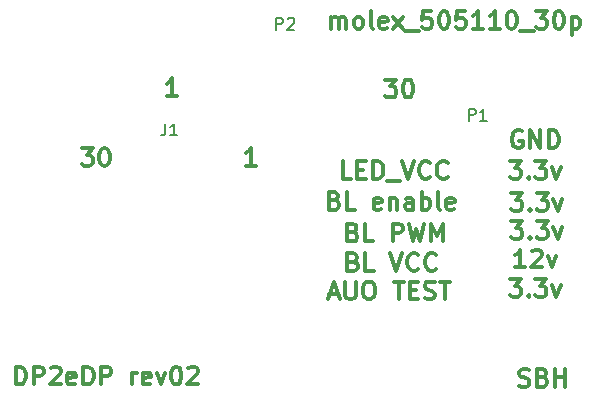
<source format=gto>
G04 #@! TF.FileFunction,Legend,Top*
%FSLAX46Y46*%
G04 Gerber Fmt 4.6, Leading zero omitted, Abs format (unit mm)*
G04 Created by KiCad (PCBNEW 4.0.7) date 09/03/18 02:09:11*
%MOMM*%
%LPD*%
G01*
G04 APERTURE LIST*
%ADD10C,0.100000*%
%ADD11C,0.300000*%
%ADD12C,0.150000*%
G04 APERTURE END LIST*
D10*
D11*
X153257144Y-113978571D02*
X154185715Y-113978571D01*
X153685715Y-114550000D01*
X153900001Y-114550000D01*
X154042858Y-114621429D01*
X154114287Y-114692857D01*
X154185715Y-114835714D01*
X154185715Y-115192857D01*
X154114287Y-115335714D01*
X154042858Y-115407143D01*
X153900001Y-115478571D01*
X153471429Y-115478571D01*
X153328572Y-115407143D01*
X153257144Y-115335714D01*
X154828572Y-115335714D02*
X154900000Y-115407143D01*
X154828572Y-115478571D01*
X154757143Y-115407143D01*
X154828572Y-115335714D01*
X154828572Y-115478571D01*
X155400001Y-113978571D02*
X156328572Y-113978571D01*
X155828572Y-114550000D01*
X156042858Y-114550000D01*
X156185715Y-114621429D01*
X156257144Y-114692857D01*
X156328572Y-114835714D01*
X156328572Y-115192857D01*
X156257144Y-115335714D01*
X156185715Y-115407143D01*
X156042858Y-115478571D01*
X155614286Y-115478571D01*
X155471429Y-115407143D01*
X155400001Y-115335714D01*
X156828572Y-114478571D02*
X157185715Y-115478571D01*
X157542857Y-114478571D01*
X154542858Y-112978571D02*
X153685715Y-112978571D01*
X154114287Y-112978571D02*
X154114287Y-111478571D01*
X153971430Y-111692857D01*
X153828572Y-111835714D01*
X153685715Y-111907143D01*
X155114286Y-111621429D02*
X155185715Y-111550000D01*
X155328572Y-111478571D01*
X155685715Y-111478571D01*
X155828572Y-111550000D01*
X155900001Y-111621429D01*
X155971429Y-111764286D01*
X155971429Y-111907143D01*
X155900001Y-112121429D01*
X155042858Y-112978571D01*
X155971429Y-112978571D01*
X156471429Y-111978571D02*
X156828572Y-112978571D01*
X157185714Y-111978571D01*
X153357144Y-109078571D02*
X154285715Y-109078571D01*
X153785715Y-109650000D01*
X154000001Y-109650000D01*
X154142858Y-109721429D01*
X154214287Y-109792857D01*
X154285715Y-109935714D01*
X154285715Y-110292857D01*
X154214287Y-110435714D01*
X154142858Y-110507143D01*
X154000001Y-110578571D01*
X153571429Y-110578571D01*
X153428572Y-110507143D01*
X153357144Y-110435714D01*
X154928572Y-110435714D02*
X155000000Y-110507143D01*
X154928572Y-110578571D01*
X154857143Y-110507143D01*
X154928572Y-110435714D01*
X154928572Y-110578571D01*
X155500001Y-109078571D02*
X156428572Y-109078571D01*
X155928572Y-109650000D01*
X156142858Y-109650000D01*
X156285715Y-109721429D01*
X156357144Y-109792857D01*
X156428572Y-109935714D01*
X156428572Y-110292857D01*
X156357144Y-110435714D01*
X156285715Y-110507143D01*
X156142858Y-110578571D01*
X155714286Y-110578571D01*
X155571429Y-110507143D01*
X155500001Y-110435714D01*
X156928572Y-109578571D02*
X157285715Y-110578571D01*
X157642857Y-109578571D01*
X153357144Y-106678571D02*
X154285715Y-106678571D01*
X153785715Y-107250000D01*
X154000001Y-107250000D01*
X154142858Y-107321429D01*
X154214287Y-107392857D01*
X154285715Y-107535714D01*
X154285715Y-107892857D01*
X154214287Y-108035714D01*
X154142858Y-108107143D01*
X154000001Y-108178571D01*
X153571429Y-108178571D01*
X153428572Y-108107143D01*
X153357144Y-108035714D01*
X154928572Y-108035714D02*
X155000000Y-108107143D01*
X154928572Y-108178571D01*
X154857143Y-108107143D01*
X154928572Y-108035714D01*
X154928572Y-108178571D01*
X155500001Y-106678571D02*
X156428572Y-106678571D01*
X155928572Y-107250000D01*
X156142858Y-107250000D01*
X156285715Y-107321429D01*
X156357144Y-107392857D01*
X156428572Y-107535714D01*
X156428572Y-107892857D01*
X156357144Y-108035714D01*
X156285715Y-108107143D01*
X156142858Y-108178571D01*
X155714286Y-108178571D01*
X155571429Y-108107143D01*
X155500001Y-108035714D01*
X156928572Y-107178571D02*
X157285715Y-108178571D01*
X157642857Y-107178571D01*
X153257144Y-103978571D02*
X154185715Y-103978571D01*
X153685715Y-104550000D01*
X153900001Y-104550000D01*
X154042858Y-104621429D01*
X154114287Y-104692857D01*
X154185715Y-104835714D01*
X154185715Y-105192857D01*
X154114287Y-105335714D01*
X154042858Y-105407143D01*
X153900001Y-105478571D01*
X153471429Y-105478571D01*
X153328572Y-105407143D01*
X153257144Y-105335714D01*
X154828572Y-105335714D02*
X154900000Y-105407143D01*
X154828572Y-105478571D01*
X154757143Y-105407143D01*
X154828572Y-105335714D01*
X154828572Y-105478571D01*
X155400001Y-103978571D02*
X156328572Y-103978571D01*
X155828572Y-104550000D01*
X156042858Y-104550000D01*
X156185715Y-104621429D01*
X156257144Y-104692857D01*
X156328572Y-104835714D01*
X156328572Y-105192857D01*
X156257144Y-105335714D01*
X156185715Y-105407143D01*
X156042858Y-105478571D01*
X155614286Y-105478571D01*
X155471429Y-105407143D01*
X155400001Y-105335714D01*
X156828572Y-104478571D02*
X157185715Y-105478571D01*
X157542857Y-104478571D01*
X137964286Y-115250000D02*
X138678572Y-115250000D01*
X137821429Y-115678571D02*
X138321429Y-114178571D01*
X138821429Y-115678571D01*
X139321429Y-114178571D02*
X139321429Y-115392857D01*
X139392857Y-115535714D01*
X139464286Y-115607143D01*
X139607143Y-115678571D01*
X139892857Y-115678571D01*
X140035715Y-115607143D01*
X140107143Y-115535714D01*
X140178572Y-115392857D01*
X140178572Y-114178571D01*
X141178572Y-114178571D02*
X141464286Y-114178571D01*
X141607144Y-114250000D01*
X141750001Y-114392857D01*
X141821429Y-114678571D01*
X141821429Y-115178571D01*
X141750001Y-115464286D01*
X141607144Y-115607143D01*
X141464286Y-115678571D01*
X141178572Y-115678571D01*
X141035715Y-115607143D01*
X140892858Y-115464286D01*
X140821429Y-115178571D01*
X140821429Y-114678571D01*
X140892858Y-114392857D01*
X141035715Y-114250000D01*
X141178572Y-114178571D01*
X143392858Y-114178571D02*
X144250001Y-114178571D01*
X143821430Y-115678571D02*
X143821430Y-114178571D01*
X144750001Y-114892857D02*
X145250001Y-114892857D01*
X145464287Y-115678571D02*
X144750001Y-115678571D01*
X144750001Y-114178571D01*
X145464287Y-114178571D01*
X146035715Y-115607143D02*
X146250001Y-115678571D01*
X146607144Y-115678571D01*
X146750001Y-115607143D01*
X146821430Y-115535714D01*
X146892858Y-115392857D01*
X146892858Y-115250000D01*
X146821430Y-115107143D01*
X146750001Y-115035714D01*
X146607144Y-114964286D01*
X146321430Y-114892857D01*
X146178572Y-114821429D01*
X146107144Y-114750000D01*
X146035715Y-114607143D01*
X146035715Y-114464286D01*
X146107144Y-114321429D01*
X146178572Y-114250000D01*
X146321430Y-114178571D01*
X146678572Y-114178571D01*
X146892858Y-114250000D01*
X147321429Y-114178571D02*
X148178572Y-114178571D01*
X147750001Y-115678571D02*
X147750001Y-114178571D01*
X139985715Y-112492857D02*
X140200001Y-112564286D01*
X140271429Y-112635714D01*
X140342858Y-112778571D01*
X140342858Y-112992857D01*
X140271429Y-113135714D01*
X140200001Y-113207143D01*
X140057143Y-113278571D01*
X139485715Y-113278571D01*
X139485715Y-111778571D01*
X139985715Y-111778571D01*
X140128572Y-111850000D01*
X140200001Y-111921429D01*
X140271429Y-112064286D01*
X140271429Y-112207143D01*
X140200001Y-112350000D01*
X140128572Y-112421429D01*
X139985715Y-112492857D01*
X139485715Y-112492857D01*
X141700001Y-113278571D02*
X140985715Y-113278571D01*
X140985715Y-111778571D01*
X143128572Y-111778571D02*
X143628572Y-113278571D01*
X144128572Y-111778571D01*
X145485715Y-113135714D02*
X145414286Y-113207143D01*
X145200000Y-113278571D01*
X145057143Y-113278571D01*
X144842858Y-113207143D01*
X144700000Y-113064286D01*
X144628572Y-112921429D01*
X144557143Y-112635714D01*
X144557143Y-112421429D01*
X144628572Y-112135714D01*
X144700000Y-111992857D01*
X144842858Y-111850000D01*
X145057143Y-111778571D01*
X145200000Y-111778571D01*
X145414286Y-111850000D01*
X145485715Y-111921429D01*
X146985715Y-113135714D02*
X146914286Y-113207143D01*
X146700000Y-113278571D01*
X146557143Y-113278571D01*
X146342858Y-113207143D01*
X146200000Y-113064286D01*
X146128572Y-112921429D01*
X146057143Y-112635714D01*
X146057143Y-112421429D01*
X146128572Y-112135714D01*
X146200000Y-111992857D01*
X146342858Y-111850000D01*
X146557143Y-111778571D01*
X146700000Y-111778571D01*
X146914286Y-111850000D01*
X146985715Y-111921429D01*
X139964286Y-109992857D02*
X140178572Y-110064286D01*
X140250000Y-110135714D01*
X140321429Y-110278571D01*
X140321429Y-110492857D01*
X140250000Y-110635714D01*
X140178572Y-110707143D01*
X140035714Y-110778571D01*
X139464286Y-110778571D01*
X139464286Y-109278571D01*
X139964286Y-109278571D01*
X140107143Y-109350000D01*
X140178572Y-109421429D01*
X140250000Y-109564286D01*
X140250000Y-109707143D01*
X140178572Y-109850000D01*
X140107143Y-109921429D01*
X139964286Y-109992857D01*
X139464286Y-109992857D01*
X141678572Y-110778571D02*
X140964286Y-110778571D01*
X140964286Y-109278571D01*
X143321429Y-110778571D02*
X143321429Y-109278571D01*
X143892857Y-109278571D01*
X144035715Y-109350000D01*
X144107143Y-109421429D01*
X144178572Y-109564286D01*
X144178572Y-109778571D01*
X144107143Y-109921429D01*
X144035715Y-109992857D01*
X143892857Y-110064286D01*
X143321429Y-110064286D01*
X144678572Y-109278571D02*
X145035715Y-110778571D01*
X145321429Y-109707143D01*
X145607143Y-110778571D01*
X145964286Y-109278571D01*
X146535715Y-110778571D02*
X146535715Y-109278571D01*
X147035715Y-110350000D01*
X147535715Y-109278571D01*
X147535715Y-110778571D01*
X138414286Y-107292857D02*
X138628572Y-107364286D01*
X138700000Y-107435714D01*
X138771429Y-107578571D01*
X138771429Y-107792857D01*
X138700000Y-107935714D01*
X138628572Y-108007143D01*
X138485714Y-108078571D01*
X137914286Y-108078571D01*
X137914286Y-106578571D01*
X138414286Y-106578571D01*
X138557143Y-106650000D01*
X138628572Y-106721429D01*
X138700000Y-106864286D01*
X138700000Y-107007143D01*
X138628572Y-107150000D01*
X138557143Y-107221429D01*
X138414286Y-107292857D01*
X137914286Y-107292857D01*
X140128572Y-108078571D02*
X139414286Y-108078571D01*
X139414286Y-106578571D01*
X142342857Y-108007143D02*
X142200000Y-108078571D01*
X141914286Y-108078571D01*
X141771429Y-108007143D01*
X141700000Y-107864286D01*
X141700000Y-107292857D01*
X141771429Y-107150000D01*
X141914286Y-107078571D01*
X142200000Y-107078571D01*
X142342857Y-107150000D01*
X142414286Y-107292857D01*
X142414286Y-107435714D01*
X141700000Y-107578571D01*
X143057143Y-107078571D02*
X143057143Y-108078571D01*
X143057143Y-107221429D02*
X143128571Y-107150000D01*
X143271429Y-107078571D01*
X143485714Y-107078571D01*
X143628571Y-107150000D01*
X143700000Y-107292857D01*
X143700000Y-108078571D01*
X145057143Y-108078571D02*
X145057143Y-107292857D01*
X144985714Y-107150000D01*
X144842857Y-107078571D01*
X144557143Y-107078571D01*
X144414286Y-107150000D01*
X145057143Y-108007143D02*
X144914286Y-108078571D01*
X144557143Y-108078571D01*
X144414286Y-108007143D01*
X144342857Y-107864286D01*
X144342857Y-107721429D01*
X144414286Y-107578571D01*
X144557143Y-107507143D01*
X144914286Y-107507143D01*
X145057143Y-107435714D01*
X145771429Y-108078571D02*
X145771429Y-106578571D01*
X145771429Y-107150000D02*
X145914286Y-107078571D01*
X146200000Y-107078571D01*
X146342857Y-107150000D01*
X146414286Y-107221429D01*
X146485715Y-107364286D01*
X146485715Y-107792857D01*
X146414286Y-107935714D01*
X146342857Y-108007143D01*
X146200000Y-108078571D01*
X145914286Y-108078571D01*
X145771429Y-108007143D01*
X147342858Y-108078571D02*
X147200000Y-108007143D01*
X147128572Y-107864286D01*
X147128572Y-106578571D01*
X148485714Y-108007143D02*
X148342857Y-108078571D01*
X148057143Y-108078571D01*
X147914286Y-108007143D01*
X147842857Y-107864286D01*
X147842857Y-107292857D01*
X147914286Y-107150000D01*
X148057143Y-107078571D01*
X148342857Y-107078571D01*
X148485714Y-107150000D01*
X148557143Y-107292857D01*
X148557143Y-107435714D01*
X147842857Y-107578571D01*
X139821429Y-105478571D02*
X139107143Y-105478571D01*
X139107143Y-103978571D01*
X140321429Y-104692857D02*
X140821429Y-104692857D01*
X141035715Y-105478571D02*
X140321429Y-105478571D01*
X140321429Y-103978571D01*
X141035715Y-103978571D01*
X141678572Y-105478571D02*
X141678572Y-103978571D01*
X142035715Y-103978571D01*
X142250000Y-104050000D01*
X142392858Y-104192857D01*
X142464286Y-104335714D01*
X142535715Y-104621429D01*
X142535715Y-104835714D01*
X142464286Y-105121429D01*
X142392858Y-105264286D01*
X142250000Y-105407143D01*
X142035715Y-105478571D01*
X141678572Y-105478571D01*
X142821429Y-105621429D02*
X143964286Y-105621429D01*
X144107143Y-103978571D02*
X144607143Y-105478571D01*
X145107143Y-103978571D01*
X146464286Y-105335714D02*
X146392857Y-105407143D01*
X146178571Y-105478571D01*
X146035714Y-105478571D01*
X145821429Y-105407143D01*
X145678571Y-105264286D01*
X145607143Y-105121429D01*
X145535714Y-104835714D01*
X145535714Y-104621429D01*
X145607143Y-104335714D01*
X145678571Y-104192857D01*
X145821429Y-104050000D01*
X146035714Y-103978571D01*
X146178571Y-103978571D01*
X146392857Y-104050000D01*
X146464286Y-104121429D01*
X147964286Y-105335714D02*
X147892857Y-105407143D01*
X147678571Y-105478571D01*
X147535714Y-105478571D01*
X147321429Y-105407143D01*
X147178571Y-105264286D01*
X147107143Y-105121429D01*
X147035714Y-104835714D01*
X147035714Y-104621429D01*
X147107143Y-104335714D01*
X147178571Y-104192857D01*
X147321429Y-104050000D01*
X147535714Y-103978571D01*
X147678571Y-103978571D01*
X147892857Y-104050000D01*
X147964286Y-104121429D01*
X154257143Y-101450000D02*
X154114286Y-101378571D01*
X153900000Y-101378571D01*
X153685715Y-101450000D01*
X153542857Y-101592857D01*
X153471429Y-101735714D01*
X153400000Y-102021429D01*
X153400000Y-102235714D01*
X153471429Y-102521429D01*
X153542857Y-102664286D01*
X153685715Y-102807143D01*
X153900000Y-102878571D01*
X154042857Y-102878571D01*
X154257143Y-102807143D01*
X154328572Y-102735714D01*
X154328572Y-102235714D01*
X154042857Y-102235714D01*
X154971429Y-102878571D02*
X154971429Y-101378571D01*
X155828572Y-102878571D01*
X155828572Y-101378571D01*
X156542858Y-102878571D02*
X156542858Y-101378571D01*
X156900001Y-101378571D01*
X157114286Y-101450000D01*
X157257144Y-101592857D01*
X157328572Y-101735714D01*
X157400001Y-102021429D01*
X157400001Y-102235714D01*
X157328572Y-102521429D01*
X157257144Y-102664286D01*
X157114286Y-102807143D01*
X156900001Y-102878571D01*
X156542858Y-102878571D01*
X154035714Y-123007143D02*
X154250000Y-123078571D01*
X154607143Y-123078571D01*
X154750000Y-123007143D01*
X154821429Y-122935714D01*
X154892857Y-122792857D01*
X154892857Y-122650000D01*
X154821429Y-122507143D01*
X154750000Y-122435714D01*
X154607143Y-122364286D01*
X154321429Y-122292857D01*
X154178571Y-122221429D01*
X154107143Y-122150000D01*
X154035714Y-122007143D01*
X154035714Y-121864286D01*
X154107143Y-121721429D01*
X154178571Y-121650000D01*
X154321429Y-121578571D01*
X154678571Y-121578571D01*
X154892857Y-121650000D01*
X156035714Y-122292857D02*
X156250000Y-122364286D01*
X156321428Y-122435714D01*
X156392857Y-122578571D01*
X156392857Y-122792857D01*
X156321428Y-122935714D01*
X156250000Y-123007143D01*
X156107142Y-123078571D01*
X155535714Y-123078571D01*
X155535714Y-121578571D01*
X156035714Y-121578571D01*
X156178571Y-121650000D01*
X156250000Y-121721429D01*
X156321428Y-121864286D01*
X156321428Y-122007143D01*
X156250000Y-122150000D01*
X156178571Y-122221429D01*
X156035714Y-122292857D01*
X155535714Y-122292857D01*
X157035714Y-123078571D02*
X157035714Y-121578571D01*
X157035714Y-122292857D02*
X157892857Y-122292857D01*
X157892857Y-123078571D02*
X157892857Y-121578571D01*
X111421430Y-122878571D02*
X111421430Y-121378571D01*
X111778573Y-121378571D01*
X111992858Y-121450000D01*
X112135716Y-121592857D01*
X112207144Y-121735714D01*
X112278573Y-122021429D01*
X112278573Y-122235714D01*
X112207144Y-122521429D01*
X112135716Y-122664286D01*
X111992858Y-122807143D01*
X111778573Y-122878571D01*
X111421430Y-122878571D01*
X112921430Y-122878571D02*
X112921430Y-121378571D01*
X113492858Y-121378571D01*
X113635716Y-121450000D01*
X113707144Y-121521429D01*
X113778573Y-121664286D01*
X113778573Y-121878571D01*
X113707144Y-122021429D01*
X113635716Y-122092857D01*
X113492858Y-122164286D01*
X112921430Y-122164286D01*
X114350001Y-121521429D02*
X114421430Y-121450000D01*
X114564287Y-121378571D01*
X114921430Y-121378571D01*
X115064287Y-121450000D01*
X115135716Y-121521429D01*
X115207144Y-121664286D01*
X115207144Y-121807143D01*
X115135716Y-122021429D01*
X114278573Y-122878571D01*
X115207144Y-122878571D01*
X116421429Y-122807143D02*
X116278572Y-122878571D01*
X115992858Y-122878571D01*
X115850001Y-122807143D01*
X115778572Y-122664286D01*
X115778572Y-122092857D01*
X115850001Y-121950000D01*
X115992858Y-121878571D01*
X116278572Y-121878571D01*
X116421429Y-121950000D01*
X116492858Y-122092857D01*
X116492858Y-122235714D01*
X115778572Y-122378571D01*
X117135715Y-122878571D02*
X117135715Y-121378571D01*
X117492858Y-121378571D01*
X117707143Y-121450000D01*
X117850001Y-121592857D01*
X117921429Y-121735714D01*
X117992858Y-122021429D01*
X117992858Y-122235714D01*
X117921429Y-122521429D01*
X117850001Y-122664286D01*
X117707143Y-122807143D01*
X117492858Y-122878571D01*
X117135715Y-122878571D01*
X118635715Y-122878571D02*
X118635715Y-121378571D01*
X119207143Y-121378571D01*
X119350001Y-121450000D01*
X119421429Y-121521429D01*
X119492858Y-121664286D01*
X119492858Y-121878571D01*
X119421429Y-122021429D01*
X119350001Y-122092857D01*
X119207143Y-122164286D01*
X118635715Y-122164286D01*
X121278572Y-122878571D02*
X121278572Y-121878571D01*
X121278572Y-122164286D02*
X121350000Y-122021429D01*
X121421429Y-121950000D01*
X121564286Y-121878571D01*
X121707143Y-121878571D01*
X122778571Y-122807143D02*
X122635714Y-122878571D01*
X122350000Y-122878571D01*
X122207143Y-122807143D01*
X122135714Y-122664286D01*
X122135714Y-122092857D01*
X122207143Y-121950000D01*
X122350000Y-121878571D01*
X122635714Y-121878571D01*
X122778571Y-121950000D01*
X122850000Y-122092857D01*
X122850000Y-122235714D01*
X122135714Y-122378571D01*
X123350000Y-121878571D02*
X123707143Y-122878571D01*
X124064285Y-121878571D01*
X124921428Y-121378571D02*
X125064285Y-121378571D01*
X125207142Y-121450000D01*
X125278571Y-121521429D01*
X125350000Y-121664286D01*
X125421428Y-121950000D01*
X125421428Y-122307143D01*
X125350000Y-122592857D01*
X125278571Y-122735714D01*
X125207142Y-122807143D01*
X125064285Y-122878571D01*
X124921428Y-122878571D01*
X124778571Y-122807143D01*
X124707142Y-122735714D01*
X124635714Y-122592857D01*
X124564285Y-122307143D01*
X124564285Y-121950000D01*
X124635714Y-121664286D01*
X124707142Y-121521429D01*
X124778571Y-121450000D01*
X124921428Y-121378571D01*
X125992856Y-121521429D02*
X126064285Y-121450000D01*
X126207142Y-121378571D01*
X126564285Y-121378571D01*
X126707142Y-121450000D01*
X126778571Y-121521429D01*
X126849999Y-121664286D01*
X126849999Y-121807143D01*
X126778571Y-122021429D01*
X125921428Y-122878571D01*
X126849999Y-122878571D01*
X116985715Y-102878571D02*
X117914286Y-102878571D01*
X117414286Y-103450000D01*
X117628572Y-103450000D01*
X117771429Y-103521429D01*
X117842858Y-103592857D01*
X117914286Y-103735714D01*
X117914286Y-104092857D01*
X117842858Y-104235714D01*
X117771429Y-104307143D01*
X117628572Y-104378571D01*
X117200000Y-104378571D01*
X117057143Y-104307143D01*
X116985715Y-104235714D01*
X118842857Y-102878571D02*
X118985714Y-102878571D01*
X119128571Y-102950000D01*
X119200000Y-103021429D01*
X119271429Y-103164286D01*
X119342857Y-103450000D01*
X119342857Y-103807143D01*
X119271429Y-104092857D01*
X119200000Y-104235714D01*
X119128571Y-104307143D01*
X118985714Y-104378571D01*
X118842857Y-104378571D01*
X118700000Y-104307143D01*
X118628571Y-104235714D01*
X118557143Y-104092857D01*
X118485714Y-103807143D01*
X118485714Y-103450000D01*
X118557143Y-103164286D01*
X118628571Y-103021429D01*
X118700000Y-102950000D01*
X118842857Y-102878571D01*
X131728572Y-104378571D02*
X130871429Y-104378571D01*
X131300001Y-104378571D02*
X131300001Y-102878571D01*
X131157144Y-103092857D01*
X131014286Y-103235714D01*
X130871429Y-103307143D01*
X125028572Y-98478571D02*
X124171429Y-98478571D01*
X124600001Y-98478571D02*
X124600001Y-96978571D01*
X124457144Y-97192857D01*
X124314286Y-97335714D01*
X124171429Y-97407143D01*
X142685715Y-97078571D02*
X143614286Y-97078571D01*
X143114286Y-97650000D01*
X143328572Y-97650000D01*
X143471429Y-97721429D01*
X143542858Y-97792857D01*
X143614286Y-97935714D01*
X143614286Y-98292857D01*
X143542858Y-98435714D01*
X143471429Y-98507143D01*
X143328572Y-98578571D01*
X142900000Y-98578571D01*
X142757143Y-98507143D01*
X142685715Y-98435714D01*
X144542857Y-97078571D02*
X144685714Y-97078571D01*
X144828571Y-97150000D01*
X144900000Y-97221429D01*
X144971429Y-97364286D01*
X145042857Y-97650000D01*
X145042857Y-98007143D01*
X144971429Y-98292857D01*
X144900000Y-98435714D01*
X144828571Y-98507143D01*
X144685714Y-98578571D01*
X144542857Y-98578571D01*
X144400000Y-98507143D01*
X144328571Y-98435714D01*
X144257143Y-98292857D01*
X144185714Y-98007143D01*
X144185714Y-97650000D01*
X144257143Y-97364286D01*
X144328571Y-97221429D01*
X144400000Y-97150000D01*
X144542857Y-97078571D01*
X138100002Y-92778571D02*
X138100002Y-91778571D01*
X138100002Y-91921429D02*
X138171430Y-91850000D01*
X138314288Y-91778571D01*
X138528573Y-91778571D01*
X138671430Y-91850000D01*
X138742859Y-91992857D01*
X138742859Y-92778571D01*
X138742859Y-91992857D02*
X138814288Y-91850000D01*
X138957145Y-91778571D01*
X139171430Y-91778571D01*
X139314288Y-91850000D01*
X139385716Y-91992857D01*
X139385716Y-92778571D01*
X140314288Y-92778571D02*
X140171430Y-92707143D01*
X140100002Y-92635714D01*
X140028573Y-92492857D01*
X140028573Y-92064286D01*
X140100002Y-91921429D01*
X140171430Y-91850000D01*
X140314288Y-91778571D01*
X140528573Y-91778571D01*
X140671430Y-91850000D01*
X140742859Y-91921429D01*
X140814288Y-92064286D01*
X140814288Y-92492857D01*
X140742859Y-92635714D01*
X140671430Y-92707143D01*
X140528573Y-92778571D01*
X140314288Y-92778571D01*
X141671431Y-92778571D02*
X141528573Y-92707143D01*
X141457145Y-92564286D01*
X141457145Y-91278571D01*
X142814287Y-92707143D02*
X142671430Y-92778571D01*
X142385716Y-92778571D01*
X142242859Y-92707143D01*
X142171430Y-92564286D01*
X142171430Y-91992857D01*
X142242859Y-91850000D01*
X142385716Y-91778571D01*
X142671430Y-91778571D01*
X142814287Y-91850000D01*
X142885716Y-91992857D01*
X142885716Y-92135714D01*
X142171430Y-92278571D01*
X143385716Y-92778571D02*
X144171430Y-91778571D01*
X143385716Y-91778571D02*
X144171430Y-92778571D01*
X144385716Y-92921429D02*
X145528573Y-92921429D01*
X146600002Y-91278571D02*
X145885716Y-91278571D01*
X145814287Y-91992857D01*
X145885716Y-91921429D01*
X146028573Y-91850000D01*
X146385716Y-91850000D01*
X146528573Y-91921429D01*
X146600002Y-91992857D01*
X146671430Y-92135714D01*
X146671430Y-92492857D01*
X146600002Y-92635714D01*
X146528573Y-92707143D01*
X146385716Y-92778571D01*
X146028573Y-92778571D01*
X145885716Y-92707143D01*
X145814287Y-92635714D01*
X147600001Y-91278571D02*
X147742858Y-91278571D01*
X147885715Y-91350000D01*
X147957144Y-91421429D01*
X148028573Y-91564286D01*
X148100001Y-91850000D01*
X148100001Y-92207143D01*
X148028573Y-92492857D01*
X147957144Y-92635714D01*
X147885715Y-92707143D01*
X147742858Y-92778571D01*
X147600001Y-92778571D01*
X147457144Y-92707143D01*
X147385715Y-92635714D01*
X147314287Y-92492857D01*
X147242858Y-92207143D01*
X147242858Y-91850000D01*
X147314287Y-91564286D01*
X147385715Y-91421429D01*
X147457144Y-91350000D01*
X147600001Y-91278571D01*
X149457144Y-91278571D02*
X148742858Y-91278571D01*
X148671429Y-91992857D01*
X148742858Y-91921429D01*
X148885715Y-91850000D01*
X149242858Y-91850000D01*
X149385715Y-91921429D01*
X149457144Y-91992857D01*
X149528572Y-92135714D01*
X149528572Y-92492857D01*
X149457144Y-92635714D01*
X149385715Y-92707143D01*
X149242858Y-92778571D01*
X148885715Y-92778571D01*
X148742858Y-92707143D01*
X148671429Y-92635714D01*
X150957143Y-92778571D02*
X150100000Y-92778571D01*
X150528572Y-92778571D02*
X150528572Y-91278571D01*
X150385715Y-91492857D01*
X150242857Y-91635714D01*
X150100000Y-91707143D01*
X152385714Y-92778571D02*
X151528571Y-92778571D01*
X151957143Y-92778571D02*
X151957143Y-91278571D01*
X151814286Y-91492857D01*
X151671428Y-91635714D01*
X151528571Y-91707143D01*
X153314285Y-91278571D02*
X153457142Y-91278571D01*
X153599999Y-91350000D01*
X153671428Y-91421429D01*
X153742857Y-91564286D01*
X153814285Y-91850000D01*
X153814285Y-92207143D01*
X153742857Y-92492857D01*
X153671428Y-92635714D01*
X153599999Y-92707143D01*
X153457142Y-92778571D01*
X153314285Y-92778571D01*
X153171428Y-92707143D01*
X153099999Y-92635714D01*
X153028571Y-92492857D01*
X152957142Y-92207143D01*
X152957142Y-91850000D01*
X153028571Y-91564286D01*
X153099999Y-91421429D01*
X153171428Y-91350000D01*
X153314285Y-91278571D01*
X154099999Y-92921429D02*
X155242856Y-92921429D01*
X155457142Y-91278571D02*
X156385713Y-91278571D01*
X155885713Y-91850000D01*
X156099999Y-91850000D01*
X156242856Y-91921429D01*
X156314285Y-91992857D01*
X156385713Y-92135714D01*
X156385713Y-92492857D01*
X156314285Y-92635714D01*
X156242856Y-92707143D01*
X156099999Y-92778571D01*
X155671427Y-92778571D01*
X155528570Y-92707143D01*
X155457142Y-92635714D01*
X157314284Y-91278571D02*
X157457141Y-91278571D01*
X157599998Y-91350000D01*
X157671427Y-91421429D01*
X157742856Y-91564286D01*
X157814284Y-91850000D01*
X157814284Y-92207143D01*
X157742856Y-92492857D01*
X157671427Y-92635714D01*
X157599998Y-92707143D01*
X157457141Y-92778571D01*
X157314284Y-92778571D01*
X157171427Y-92707143D01*
X157099998Y-92635714D01*
X157028570Y-92492857D01*
X156957141Y-92207143D01*
X156957141Y-91850000D01*
X157028570Y-91564286D01*
X157099998Y-91421429D01*
X157171427Y-91350000D01*
X157314284Y-91278571D01*
X158457141Y-91778571D02*
X158457141Y-93278571D01*
X158457141Y-91850000D02*
X158599998Y-91778571D01*
X158885712Y-91778571D01*
X159028569Y-91850000D01*
X159099998Y-91921429D01*
X159171427Y-92064286D01*
X159171427Y-92492857D01*
X159099998Y-92635714D01*
X159028569Y-92707143D01*
X158885712Y-92778571D01*
X158599998Y-92778571D01*
X158457141Y-92707143D01*
D12*
X124066667Y-100802381D02*
X124066667Y-101516667D01*
X124019047Y-101659524D01*
X123923809Y-101754762D01*
X123780952Y-101802381D01*
X123685714Y-101802381D01*
X125066667Y-101802381D02*
X124495238Y-101802381D01*
X124780952Y-101802381D02*
X124780952Y-100802381D01*
X124685714Y-100945238D01*
X124590476Y-101040476D01*
X124495238Y-101088095D01*
X149761905Y-100552381D02*
X149761905Y-99552381D01*
X150142858Y-99552381D01*
X150238096Y-99600000D01*
X150285715Y-99647619D01*
X150333334Y-99742857D01*
X150333334Y-99885714D01*
X150285715Y-99980952D01*
X150238096Y-100028571D01*
X150142858Y-100076190D01*
X149761905Y-100076190D01*
X151285715Y-100552381D02*
X150714286Y-100552381D01*
X151000000Y-100552381D02*
X151000000Y-99552381D01*
X150904762Y-99695238D01*
X150809524Y-99790476D01*
X150714286Y-99838095D01*
X133461905Y-92845381D02*
X133461905Y-91845381D01*
X133842858Y-91845381D01*
X133938096Y-91893000D01*
X133985715Y-91940619D01*
X134033334Y-92035857D01*
X134033334Y-92178714D01*
X133985715Y-92273952D01*
X133938096Y-92321571D01*
X133842858Y-92369190D01*
X133461905Y-92369190D01*
X134414286Y-91940619D02*
X134461905Y-91893000D01*
X134557143Y-91845381D01*
X134795239Y-91845381D01*
X134890477Y-91893000D01*
X134938096Y-91940619D01*
X134985715Y-92035857D01*
X134985715Y-92131095D01*
X134938096Y-92273952D01*
X134366667Y-92845381D01*
X134985715Y-92845381D01*
M02*

</source>
